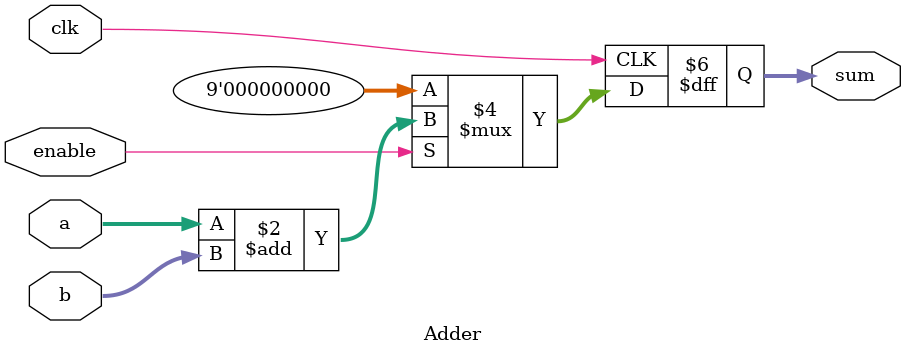
<source format=sv>
`timescale 1ns / 1ps


module Adder(
  input clk,
  input enable,
  input [7:0] a,
  input [7:0] b,
  output reg [8:0] sum
    );
    always@(posedge clk) begin
      if(enable) begin
        sum <= a + b;
      end
      else
        sum <= 0;
    end
endmodule

</source>
